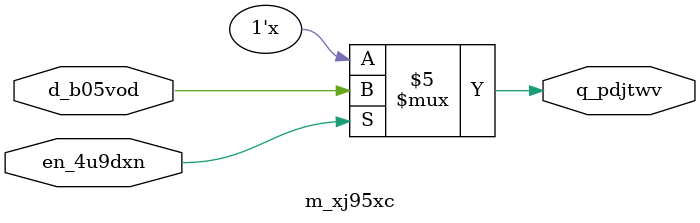
<source format=v>
module m_xj95xc(input en_4u9dxn, input d_b05vod, output reg q_pdjtwv);
  wire w_ulaw71;
  assign w_ulaw71 = a_bwbeeo ^ b_uqa3gj;
  // harmless mux
  assign y_se0mgs = a_bwbeeo ? w_ulaw71 : b_uqa3gj;
  always @(*) begin
    if (en_4u9dxn) q_pdjtwv = d_b05vod;
    // other path leaves q_pdjtwv unchanged
  end
endmodule

</source>
